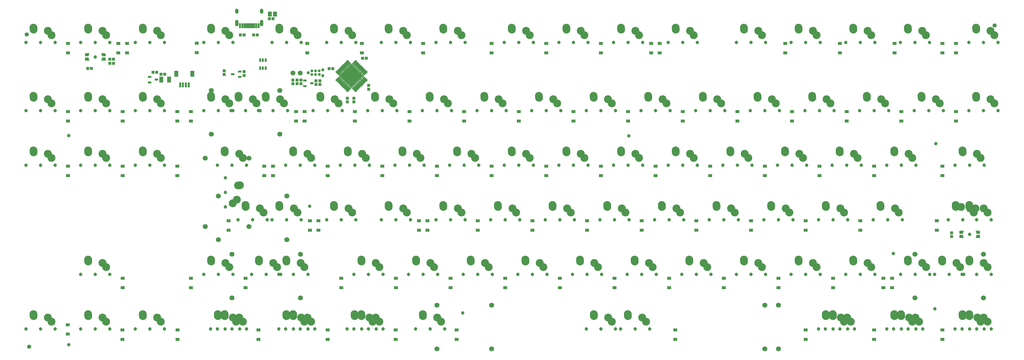
<source format=gts>
G04*
G04 #@! TF.GenerationSoftware,Altium Limited,Altium Designer,23.6.0 (18)*
G04*
G04 Layer_Color=8388736*
%FSLAX25Y25*%
%MOIN*%
G70*
G04*
G04 #@! TF.SameCoordinates,641307AF-980C-49FC-99E6-95A709EC4BFD*
G04*
G04*
G04 #@! TF.FilePolarity,Negative*
G04*
G01*
G75*
%ADD31R,0.01981X0.06509*%
%ADD32R,0.03162X0.06509*%
%ADD33R,0.04737X0.02965*%
%ADD34R,0.05367X0.06587*%
%ADD35R,0.03950X0.04147*%
%ADD36R,0.02965X0.04737*%
%ADD37P,0.32311X4X180.0*%
G04:AMPARAMS|DCode=38|XSize=17.84mil|YSize=39.5mil|CornerRadius=0mil|HoleSize=0mil|Usage=FLASHONLY|Rotation=135.000|XOffset=0mil|YOffset=0mil|HoleType=Round|Shape=Round|*
%AMOVALD38*
21,1,0.02165,0.01784,0.00000,0.00000,225.0*
1,1,0.01784,0.00766,0.00766*
1,1,0.01784,-0.00766,-0.00766*
%
%ADD38OVALD38*%

G04:AMPARAMS|DCode=39|XSize=17.84mil|YSize=39.5mil|CornerRadius=0mil|HoleSize=0mil|Usage=FLASHONLY|Rotation=225.000|XOffset=0mil|YOffset=0mil|HoleType=Round|Shape=Round|*
%AMOVALD39*
21,1,0.02165,0.01784,0.00000,0.00000,315.0*
1,1,0.01784,-0.00766,0.00766*
1,1,0.01784,0.00766,-0.00766*
%
%ADD39OVALD39*%

G04:AMPARAMS|DCode=40|XSize=19.81mil|YSize=65.09mil|CornerRadius=0mil|HoleSize=0mil|Usage=FLASHONLY|Rotation=225.000|XOffset=0mil|YOffset=0mil|HoleType=Round|Shape=Round|*
%AMOVALD40*
21,1,0.04528,0.01981,0.00000,0.00000,315.0*
1,1,0.01981,-0.01601,0.01601*
1,1,0.01981,0.01601,-0.01601*
%
%ADD40OVALD40*%

G04:AMPARAMS|DCode=41|XSize=19.81mil|YSize=65.09mil|CornerRadius=0mil|HoleSize=0mil|Usage=FLASHONLY|Rotation=135.000|XOffset=0mil|YOffset=0mil|HoleType=Round|Shape=Round|*
%AMOVALD41*
21,1,0.04528,0.01981,0.00000,0.00000,225.0*
1,1,0.01981,0.01601,0.01601*
1,1,0.01981,-0.01601,-0.01601*
%
%ADD41OVALD41*%

%ADD42R,0.04147X0.03950*%
%ADD43C,0.03910*%
%ADD44R,0.02375X0.02375*%
%ADD45R,0.03162X0.06902*%
%ADD46R,0.05524X0.07887*%
%ADD47R,0.05524X0.07887*%
%ADD48R,0.05603X0.04383*%
%ADD49C,0.04737*%
%ADD50C,0.00800*%
%ADD51O,0.04737X0.07099*%
%ADD52O,0.04737X0.09068*%
%ADD53C,0.10800*%
G04:AMPARAMS|DCode=54|XSize=133.98mil|YSize=108mil|CornerRadius=0mil|HoleSize=0mil|Usage=FLASHONLY|Rotation=95.000|XOffset=0mil|YOffset=0mil|HoleType=Round|Shape=Round|*
%AMOVALD54*
21,1,0.02598,0.10800,0.00000,0.00000,95.0*
1,1,0.10800,0.00113,-0.01294*
1,1,0.10800,-0.00113,0.01294*
%
%ADD54OVALD54*%

G04:AMPARAMS|DCode=55|XSize=133.98mil|YSize=108mil|CornerRadius=0mil|HoleSize=0mil|Usage=FLASHONLY|Rotation=5.000|XOffset=0mil|YOffset=0mil|HoleType=Round|Shape=Round|*
%AMOVALD55*
21,1,0.02598,0.10800,0.00000,0.00000,5.0*
1,1,0.10800,-0.01294,-0.00113*
1,1,0.10800,0.01294,0.00113*
%
%ADD55OVALD55*%

%ADD56C,0.04343*%
%ADD57C,0.06706*%
%ADD58C,0.06800*%
%ADD59C,0.05701*%
%ADD60C,0.03162*%
G36*
X-1228361Y-20796D02*
X-1228339Y-20797D01*
X-1228335Y-20797D01*
X-1228332Y-20798D01*
X-1228310Y-20802D01*
X-1228287Y-20806D01*
X-1228284Y-20807D01*
X-1228281Y-20808D01*
X-1228259Y-20815D01*
X-1228237Y-20822D01*
X-1228234Y-20823D01*
X-1228231Y-20824D01*
X-1228210Y-20835D01*
X-1228189Y-20844D01*
X-1228187Y-20846D01*
X-1228184Y-20848D01*
X-1228164Y-20861D01*
X-1228146Y-20873D01*
X-1228143Y-20875D01*
X-1228140Y-20877D01*
X-1228123Y-20892D01*
X-1228106Y-20907D01*
X-1228103Y-20909D01*
X-1228101Y-20911D01*
X-1228086Y-20929D01*
X-1228070Y-20946D01*
X-1228068Y-20948D01*
X-1228066Y-20951D01*
X-1228053Y-20970D01*
X-1228040Y-20989D01*
X-1228039Y-20992D01*
X-1228037Y-20994D01*
X-1228027Y-21015D01*
X-1228016Y-21035D01*
X-1228015Y-21038D01*
X-1228014Y-21041D01*
X-1228006Y-21063D01*
X-1227999Y-21085D01*
X-1227998Y-21088D01*
X-1227997Y-21091D01*
X-1227993Y-21113D01*
X-1227988Y-21136D01*
X-1227921Y-21581D01*
X-1227727Y-22454D01*
X-1227452Y-23300D01*
X-1227094Y-24120D01*
X-1226886Y-24519D01*
X-1226879Y-24535D01*
X-1226871Y-24551D01*
X-1226868Y-24559D01*
X-1226865Y-24567D01*
X-1226860Y-24584D01*
X-1226854Y-24601D01*
X-1226852Y-24609D01*
X-1226850Y-24617D01*
X-1226847Y-24635D01*
X-1226844Y-24652D01*
X-1226843Y-24661D01*
X-1226842Y-24669D01*
X-1226841Y-24687D01*
X-1226840Y-24705D01*
X-1226841Y-24713D01*
X-1226840Y-24721D01*
X-1226842Y-24739D01*
X-1226844Y-24757D01*
X-1226845Y-24765D01*
X-1226846Y-24773D01*
X-1226850Y-24791D01*
X-1226854Y-24808D01*
X-1226857Y-24816D01*
X-1226858Y-24824D01*
X-1226865Y-24841D01*
X-1226871Y-24858D01*
X-1226874Y-24866D01*
X-1226877Y-24873D01*
X-1226886Y-24889D01*
X-1226894Y-24905D01*
X-1226898Y-24912D01*
X-1226902Y-24919D01*
X-1226913Y-24934D01*
X-1226923Y-24949D01*
X-1226928Y-24955D01*
X-1226933Y-24962D01*
X-1226946Y-24975D01*
X-1226958Y-24988D01*
X-1226964Y-24994D01*
X-1226970Y-25000D01*
X-1226984Y-25011D01*
X-1226997Y-25023D01*
X-1227004Y-25027D01*
X-1227010Y-25032D01*
X-1227026Y-25042D01*
X-1227041Y-25052D01*
X-1227048Y-25056D01*
X-1227055Y-25060D01*
X-1227072Y-25067D01*
X-1227088Y-25075D01*
X-1227095Y-25078D01*
X-1227103Y-25081D01*
X-1227120Y-25086D01*
X-1227137Y-25092D01*
D01*
X-1227137Y-25092D01*
X-1227145Y-25093D01*
X-1227153Y-25096D01*
X-1227171Y-25099D01*
X-1227189Y-25102D01*
X-1227197Y-25103D01*
X-1227205Y-25104D01*
X-1227223Y-25104D01*
X-1227241Y-25106D01*
X-1227241D01*
X-1227241D01*
X-1227241D01*
X-1232530Y-25105D01*
X-1232582Y-25102D01*
X-1232602Y-25098D01*
X-1232633Y-25092D01*
X-1232683Y-25075D01*
X-1232730Y-25052D01*
D01*
X-1232730Y-25052D01*
X-1232774Y-25022D01*
X-1232808Y-24993D01*
X-1232813Y-24988D01*
Y-24988D01*
X-1232813D01*
X-1232818Y-24982D01*
X-1232848Y-24948D01*
X-1232877Y-24905D01*
X-1232877Y-24905D01*
D01*
X-1232900Y-24858D01*
X-1232917Y-24808D01*
X-1232923Y-24777D01*
X-1232927Y-24757D01*
X-1232930Y-24704D01*
Y-21196D01*
X-1232928Y-21165D01*
X-1232927Y-21144D01*
X-1232927Y-21144D01*
Y-21144D01*
X-1232919Y-21103D01*
X-1232917Y-21092D01*
X-1232917Y-21092D01*
X-1232917Y-21092D01*
X-1232908Y-21066D01*
X-1232900Y-21043D01*
X-1232900Y-21043D01*
X-1232900Y-21043D01*
X-1232893Y-21029D01*
X-1232877Y-20996D01*
X-1232877Y-20996D01*
X-1232877Y-20996D01*
X-1232871Y-20987D01*
X-1232848Y-20952D01*
X-1232848Y-20952D01*
Y-20952D01*
X-1232843Y-20946D01*
X-1232813Y-20912D01*
X-1232813Y-20912D01*
X-1232813Y-20912D01*
X-1232779Y-20883D01*
X-1232774Y-20878D01*
X-1232774D01*
X-1232774Y-20878D01*
X-1232739Y-20855D01*
X-1232730Y-20849D01*
X-1232730Y-20849D01*
X-1232730Y-20849D01*
X-1232697Y-20832D01*
X-1232683Y-20826D01*
X-1232683Y-20826D01*
X-1232683Y-20826D01*
X-1232660Y-20818D01*
X-1232633Y-20809D01*
X-1232633Y-20809D01*
X-1232633Y-20809D01*
X-1232623Y-20807D01*
X-1232582Y-20798D01*
X-1232582D01*
X-1232582Y-20798D01*
X-1232561Y-20797D01*
X-1232530Y-20795D01*
X-1228384Y-20794D01*
X-1228361Y-20796D01*
D02*
G37*
G36*
X-1227223Y-14892D02*
X-1227205Y-14892D01*
X-1227197Y-14893D01*
X-1227189Y-14894D01*
X-1227171Y-14897D01*
X-1227153Y-14900D01*
X-1227145Y-14903D01*
X-1227137Y-14904D01*
X-1227120Y-14910D01*
X-1227103Y-14915D01*
X-1227095Y-14918D01*
X-1227088Y-14921D01*
X-1227072Y-14929D01*
X-1227055Y-14936D01*
X-1227048Y-14941D01*
X-1227041Y-14944D01*
X-1227026Y-14954D01*
X-1227010Y-14964D01*
X-1227004Y-14969D01*
X-1226997Y-14973D01*
X-1226984Y-14985D01*
X-1226970Y-14997D01*
X-1226964Y-15002D01*
X-1226958Y-15008D01*
X-1226946Y-15021D01*
X-1226933Y-15034D01*
X-1226928Y-15041D01*
X-1226923Y-15047D01*
X-1226913Y-15062D01*
X-1226902Y-15077D01*
X-1226898Y-15084D01*
X-1226894Y-15091D01*
X-1226886Y-15107D01*
X-1226877Y-15123D01*
X-1226874Y-15131D01*
X-1226871Y-15138D01*
X-1226865Y-15155D01*
X-1226858Y-15172D01*
X-1226857Y-15180D01*
X-1226854Y-15188D01*
X-1226850Y-15205D01*
X-1226846Y-15223D01*
X-1226845Y-15231D01*
X-1226844Y-15239D01*
X-1226842Y-15257D01*
X-1226840Y-15275D01*
X-1226841Y-15283D01*
X-1226840Y-15291D01*
Y-15292D01*
X-1226841Y-15310D01*
X-1226842Y-15327D01*
X-1226843Y-15335D01*
X-1226844Y-15344D01*
X-1226847Y-15362D01*
X-1226850Y-15379D01*
X-1226852Y-15386D01*
X-1226854Y-15395D01*
X-1226860Y-15414D01*
X-1226865Y-15429D01*
X-1226868Y-15436D01*
X-1226871Y-15445D01*
X-1226880Y-15463D01*
X-1226886Y-15477D01*
X-1227094Y-15876D01*
X-1227452Y-16696D01*
X-1227727Y-17542D01*
X-1227922Y-18415D01*
X-1227988Y-18860D01*
X-1227992Y-18881D01*
X-1227996Y-18903D01*
X-1227998Y-18907D01*
X-1227999Y-18911D01*
X-1228006Y-18932D01*
X-1228013Y-18952D01*
X-1228015Y-18957D01*
X-1228016Y-18961D01*
X-1228026Y-18980D01*
X-1228036Y-19000D01*
X-1228038Y-19003D01*
X-1228040Y-19007D01*
X-1228053Y-19025D01*
X-1228065Y-19043D01*
X-1228068Y-19047D01*
X-1228070Y-19050D01*
X-1228085Y-19067D01*
X-1228099Y-19083D01*
X-1228102Y-19086D01*
X-1228106Y-19089D01*
X-1228122Y-19103D01*
X-1228138Y-19118D01*
X-1228142Y-19120D01*
X-1228146Y-19123D01*
X-1228164Y-19135D01*
X-1228182Y-19147D01*
X-1228186Y-19149D01*
X-1228189Y-19152D01*
X-1228209Y-19161D01*
X-1228229Y-19171D01*
X-1228233Y-19172D01*
X-1228237Y-19174D01*
X-1228258Y-19181D01*
X-1228278Y-19188D01*
X-1228283Y-19189D01*
X-1228287Y-19190D01*
X-1228308Y-19194D01*
X-1228330Y-19198D01*
X-1228334Y-19199D01*
X-1228339Y-19199D01*
X-1228360Y-19200D01*
X-1228382Y-19202D01*
X-1228386Y-19202D01*
X-1228391Y-19202D01*
X-1228402Y-19201D01*
X-1232530D01*
X-1232582Y-19198D01*
X-1232633Y-19187D01*
X-1232683Y-19171D01*
X-1232730Y-19147D01*
X-1232774Y-19118D01*
X-1232813Y-19084D01*
X-1232848Y-19044D01*
X-1232877Y-19001D01*
X-1232900Y-18954D01*
X-1232917Y-18904D01*
X-1232927Y-18853D01*
X-1232930Y-18800D01*
Y-15292D01*
X-1232927Y-15239D01*
X-1232917Y-15188D01*
X-1232900Y-15138D01*
X-1232877Y-15091D01*
X-1232848Y-15048D01*
X-1232813Y-15008D01*
X-1232774Y-14974D01*
X-1232730Y-14944D01*
X-1232683Y-14921D01*
X-1232633Y-14904D01*
X-1232582Y-14894D01*
X-1232530Y-14891D01*
X-1227245D01*
X-1227241Y-14890D01*
X-1227223Y-14892D01*
D02*
G37*
G36*
X-1209112Y-20794D02*
X-1209109Y-20794D01*
X-1209098Y-20795D01*
X-1204970D01*
X-1204918Y-20798D01*
X-1204867Y-20809D01*
X-1204817Y-20826D01*
X-1204770Y-20849D01*
X-1204726Y-20878D01*
X-1204687Y-20912D01*
X-1204652Y-20952D01*
X-1204623Y-20996D01*
X-1204600Y-21043D01*
X-1204583Y-21092D01*
X-1204573Y-21144D01*
X-1204570Y-21196D01*
Y-24704D01*
X-1204573Y-24757D01*
X-1204583Y-24808D01*
X-1204600Y-24858D01*
X-1204623Y-24905D01*
X-1204652Y-24948D01*
X-1204687Y-24988D01*
X-1204726Y-25022D01*
X-1204770Y-25052D01*
X-1204817Y-25075D01*
X-1204867Y-25092D01*
X-1204918Y-25102D01*
X-1204970Y-25105D01*
X-1210259Y-25105D01*
X-1210277Y-25104D01*
X-1210295Y-25104D01*
X-1210303Y-25102D01*
X-1210311Y-25102D01*
X-1210329Y-25098D01*
X-1210347Y-25096D01*
X-1210355Y-25093D01*
X-1210363Y-25092D01*
X-1210380Y-25086D01*
X-1210397Y-25081D01*
X-1210404Y-25077D01*
X-1210412Y-25075D01*
X-1210429Y-25067D01*
X-1210445Y-25060D01*
X-1210452Y-25055D01*
X-1210459Y-25052D01*
X-1210474Y-25042D01*
X-1210490Y-25032D01*
X-1210496Y-25027D01*
X-1210503Y-25022D01*
X-1210516Y-25011D01*
X-1210530Y-24999D01*
X-1210536Y-24993D01*
X-1210542Y-24988D01*
X-1210554Y-24974D01*
X-1210567Y-24961D01*
X-1210571Y-24955D01*
X-1210577Y-24948D01*
X-1210587Y-24934D01*
X-1210598Y-24919D01*
X-1210602Y-24912D01*
X-1210606Y-24905D01*
X-1210614Y-24889D01*
X-1210623Y-24873D01*
X-1210626Y-24865D01*
X-1210629Y-24858D01*
X-1210635Y-24841D01*
X-1210642Y-24824D01*
X-1210643Y-24816D01*
X-1210646Y-24808D01*
X-1210650Y-24791D01*
X-1210654Y-24773D01*
X-1210655Y-24765D01*
X-1210656Y-24757D01*
X-1210658Y-24739D01*
X-1210660Y-24721D01*
X-1210659Y-24713D01*
X-1210660Y-24704D01*
X-1210659Y-24687D01*
X-1210658Y-24668D01*
X-1210657Y-24660D01*
X-1210656Y-24652D01*
X-1210653Y-24635D01*
X-1210650Y-24617D01*
X-1210648Y-24609D01*
X-1210646Y-24601D01*
X-1210640Y-24584D01*
X-1210635Y-24566D01*
X-1210632Y-24559D01*
X-1210629Y-24551D01*
X-1210621Y-24535D01*
X-1210614Y-24519D01*
X-1210406Y-24120D01*
X-1210049Y-23300D01*
X-1209773Y-22454D01*
X-1209579Y-21581D01*
X-1209512Y-21136D01*
X-1209508Y-21115D01*
X-1209504Y-21094D01*
X-1209503Y-21092D01*
X-1209503Y-21091D01*
X-1209502Y-21088D01*
X-1209501Y-21085D01*
X-1209494Y-21065D01*
X-1209487Y-21044D01*
X-1209487Y-21043D01*
X-1209486Y-21042D01*
X-1209485Y-21038D01*
X-1209484Y-21035D01*
X-1209474Y-21016D01*
X-1209464Y-20997D01*
X-1209464Y-20996D01*
X-1209463Y-20994D01*
X-1209461Y-20992D01*
X-1209460Y-20989D01*
X-1209447Y-20971D01*
X-1209435Y-20953D01*
X-1209435Y-20952D01*
X-1209434Y-20951D01*
X-1209432Y-20948D01*
X-1209430Y-20946D01*
X-1209415Y-20930D01*
X-1209401Y-20913D01*
X-1209400Y-20912D01*
X-1209399Y-20911D01*
X-1209397Y-20909D01*
X-1209394Y-20907D01*
X-1209378Y-20893D01*
X-1209362Y-20879D01*
X-1209361Y-20878D01*
X-1209360Y-20877D01*
X-1209357Y-20875D01*
X-1209354Y-20873D01*
X-1209336Y-20861D01*
X-1209319Y-20849D01*
X-1209317Y-20849D01*
X-1209316Y-20848D01*
X-1209313Y-20846D01*
X-1209310Y-20844D01*
X-1209291Y-20835D01*
X-1209272Y-20826D01*
X-1209271Y-20825D01*
X-1209269Y-20825D01*
X-1209266Y-20823D01*
X-1209263Y-20822D01*
X-1209242Y-20815D01*
X-1209222Y-20808D01*
X-1209221Y-20808D01*
X-1209220Y-20808D01*
X-1209216Y-20807D01*
X-1209213Y-20806D01*
X-1209192Y-20802D01*
X-1209171Y-20798D01*
X-1209169Y-20798D01*
X-1209168Y-20798D01*
X-1209165Y-20797D01*
X-1209161Y-20797D01*
X-1209140Y-20796D01*
X-1209118Y-20794D01*
X-1209117Y-20794D01*
X-1209116Y-20794D01*
X-1209112Y-20794D01*
D02*
G37*
G36*
X-1205956Y-14891D02*
X-1205904Y-14894D01*
X-1205884Y-14898D01*
X-1205853Y-14904D01*
X-1205803Y-14921D01*
X-1205756Y-14944D01*
D01*
X-1205756Y-14944D01*
X-1205712Y-14974D01*
X-1205683Y-15000D01*
X-1205673Y-15008D01*
X-1204687Y-15994D01*
X-1204652Y-16034D01*
X-1204623Y-16077D01*
X-1204600Y-16124D01*
X-1204583Y-16174D01*
X-1204573Y-16225D01*
X-1204570Y-16278D01*
Y-18800D01*
X-1204573Y-18853D01*
X-1204583Y-18904D01*
X-1204600Y-18954D01*
X-1204623Y-19001D01*
X-1204652Y-19044D01*
X-1204687Y-19084D01*
X-1204726Y-19118D01*
X-1204770Y-19147D01*
X-1204817Y-19171D01*
X-1204867Y-19187D01*
X-1204918Y-19198D01*
X-1204970Y-19201D01*
X-1209098D01*
X-1209109Y-19202D01*
X-1209114Y-19202D01*
X-1209119Y-19202D01*
X-1209140Y-19200D01*
X-1209161Y-19199D01*
X-1209166Y-19198D01*
X-1209171Y-19198D01*
X-1209192Y-19194D01*
X-1209213Y-19190D01*
X-1209218Y-19189D01*
X-1209222Y-19188D01*
X-1209243Y-19181D01*
X-1209263Y-19174D01*
X-1209267Y-19172D01*
X-1209272Y-19170D01*
X-1209291Y-19161D01*
X-1209311Y-19152D01*
X-1209314Y-19149D01*
X-1209319Y-19147D01*
X-1209336Y-19135D01*
X-1209354Y-19123D01*
X-1209358Y-19120D01*
X-1209362Y-19117D01*
X-1209378Y-19103D01*
X-1209394Y-19089D01*
X-1209398Y-19086D01*
X-1209401Y-19083D01*
X-1209415Y-19066D01*
X-1209430Y-19050D01*
X-1209432Y-19047D01*
X-1209435Y-19043D01*
X-1209447Y-19025D01*
X-1209460Y-19007D01*
X-1209462Y-19003D01*
X-1209464Y-18999D01*
X-1209474Y-18980D01*
X-1209484Y-18961D01*
X-1209485Y-18956D01*
X-1209487Y-18952D01*
X-1209494Y-18932D01*
X-1209501Y-18911D01*
X-1209502Y-18907D01*
X-1209504Y-18902D01*
X-1209508Y-18881D01*
X-1209512Y-18860D01*
X-1209579Y-18415D01*
X-1209773Y-17542D01*
X-1210048Y-16696D01*
X-1210406Y-15876D01*
X-1210614Y-15477D01*
X-1210621Y-15461D01*
X-1210629Y-15445D01*
X-1210632Y-15437D01*
X-1210635Y-15429D01*
X-1210640Y-15412D01*
X-1210646Y-15395D01*
X-1210648Y-15387D01*
X-1210650Y-15379D01*
X-1210653Y-15361D01*
X-1210656Y-15344D01*
X-1210657Y-15336D01*
X-1210658Y-15327D01*
X-1210659Y-15309D01*
X-1210660Y-15291D01*
X-1210659Y-15283D01*
X-1210660Y-15275D01*
X-1210658Y-15257D01*
X-1210656Y-15239D01*
X-1210655Y-15231D01*
X-1210654Y-15223D01*
X-1210650Y-15205D01*
X-1210646Y-15188D01*
X-1210643Y-15180D01*
X-1210642Y-15172D01*
X-1210635Y-15155D01*
X-1210629Y-15138D01*
X-1210626Y-15131D01*
X-1210623Y-15123D01*
X-1210614Y-15107D01*
X-1210606Y-15091D01*
X-1210602Y-15084D01*
X-1210598Y-15077D01*
X-1210587Y-15062D01*
X-1210577Y-15047D01*
X-1210572Y-15041D01*
X-1210567Y-15034D01*
X-1210554Y-15021D01*
X-1210542Y-15008D01*
X-1210536Y-15002D01*
X-1210530Y-14996D01*
X-1210516Y-14985D01*
X-1210503Y-14973D01*
X-1210496Y-14969D01*
X-1210490Y-14964D01*
X-1210474Y-14954D01*
X-1210459Y-14944D01*
X-1210452Y-14941D01*
X-1210445Y-14936D01*
X-1210428Y-14929D01*
X-1210412Y-14921D01*
X-1210405Y-14918D01*
X-1210397Y-14915D01*
X-1210380Y-14910D01*
X-1210363Y-14904D01*
D01*
X-1210363Y-14904D01*
X-1210355Y-14903D01*
X-1210347Y-14900D01*
X-1210329Y-14897D01*
X-1210311Y-14894D01*
X-1210303Y-14893D01*
X-1210295Y-14892D01*
X-1210277Y-14892D01*
X-1210259Y-14890D01*
X-1210259D01*
X-1210259D01*
X-1210259D01*
X-1205956Y-14891D01*
D02*
G37*
G36*
X-28361Y-264546D02*
X-28339Y-264547D01*
X-28335Y-264547D01*
X-28332Y-264547D01*
X-28310Y-264552D01*
X-28287Y-264556D01*
X-28284Y-264557D01*
X-28280Y-264558D01*
X-28259Y-264565D01*
X-28237Y-264572D01*
X-28234Y-264574D01*
X-28231Y-264575D01*
X-28210Y-264585D01*
X-28190Y-264595D01*
X-28187Y-264596D01*
X-28184Y-264598D01*
X-28164Y-264611D01*
X-28146Y-264623D01*
X-28143Y-264625D01*
X-28140Y-264627D01*
X-28123Y-264642D01*
X-28106Y-264657D01*
X-28103Y-264659D01*
X-28101Y-264661D01*
X-28086Y-264679D01*
X-28070Y-264696D01*
X-28068Y-264698D01*
X-28066Y-264701D01*
X-28054Y-264720D01*
X-28040Y-264739D01*
X-28039Y-264742D01*
X-28037Y-264744D01*
X-28027Y-264765D01*
X-28016Y-264785D01*
X-28015Y-264789D01*
X-28014Y-264791D01*
X-28007Y-264813D01*
X-27999Y-264835D01*
X-27998Y-264838D01*
X-27997Y-264841D01*
X-27992Y-264863D01*
X-27988Y-264886D01*
X-27922Y-265331D01*
X-27727Y-266204D01*
X-27452Y-267050D01*
X-27095Y-267870D01*
X-26886Y-268269D01*
X-26879Y-268285D01*
X-26871Y-268301D01*
X-26868Y-268309D01*
X-26865Y-268317D01*
X-26860Y-268334D01*
X-26854Y-268351D01*
X-26852Y-268359D01*
X-26850Y-268367D01*
X-26847Y-268385D01*
X-26844Y-268402D01*
X-26843Y-268411D01*
X-26842Y-268419D01*
X-26841Y-268437D01*
X-26840Y-268455D01*
X-26841Y-268463D01*
X-26840Y-268471D01*
X-26842Y-268489D01*
X-26844Y-268507D01*
X-26845Y-268515D01*
X-26846Y-268523D01*
X-26850Y-268541D01*
X-26854Y-268558D01*
X-26856Y-268566D01*
X-26858Y-268574D01*
X-26865Y-268591D01*
X-26871Y-268608D01*
X-26874Y-268616D01*
X-26877Y-268623D01*
X-26886Y-268639D01*
X-26894Y-268655D01*
X-26899Y-268662D01*
X-26902Y-268669D01*
X-26913Y-268684D01*
X-26923Y-268699D01*
X-26928Y-268705D01*
X-26933Y-268712D01*
X-26946Y-268725D01*
X-26958Y-268738D01*
X-26964Y-268744D01*
X-26970Y-268750D01*
X-26984Y-268761D01*
X-26997Y-268773D01*
X-27004Y-268777D01*
X-27010Y-268782D01*
X-27026Y-268792D01*
X-27041Y-268802D01*
X-27048Y-268806D01*
X-27055Y-268810D01*
X-27072Y-268817D01*
X-27088Y-268825D01*
X-27095Y-268828D01*
X-27103Y-268831D01*
X-27120Y-268836D01*
X-27137Y-268842D01*
D01*
X-27137Y-268842D01*
X-27145Y-268844D01*
X-27153Y-268846D01*
X-27171Y-268849D01*
X-27189Y-268852D01*
X-27197Y-268853D01*
X-27205Y-268854D01*
X-27223Y-268854D01*
X-27241Y-268856D01*
X-27241D01*
X-27241D01*
X-27241D01*
X-32530Y-268855D01*
X-32582Y-268852D01*
X-32602Y-268848D01*
X-32633Y-268842D01*
X-32683Y-268825D01*
X-32730Y-268802D01*
D01*
X-32730Y-268802D01*
X-32774Y-268772D01*
X-32807Y-268743D01*
X-32813Y-268738D01*
Y-268738D01*
X-32813D01*
X-32818Y-268732D01*
X-32848Y-268699D01*
X-32877Y-268655D01*
X-32877Y-268655D01*
D01*
X-32900Y-268608D01*
X-32917Y-268558D01*
X-32923Y-268527D01*
X-32927Y-268507D01*
X-32930Y-268454D01*
Y-264946D01*
X-32928Y-264915D01*
X-32927Y-264894D01*
X-32927Y-264894D01*
Y-264894D01*
X-32919Y-264853D01*
X-32917Y-264842D01*
X-32917Y-264842D01*
X-32917Y-264842D01*
X-32908Y-264816D01*
X-32900Y-264793D01*
X-32900Y-264792D01*
X-32900Y-264792D01*
X-32893Y-264779D01*
X-32877Y-264746D01*
X-32877Y-264745D01*
X-32877Y-264745D01*
X-32871Y-264737D01*
X-32848Y-264702D01*
X-32848Y-264702D01*
Y-264702D01*
X-32843Y-264697D01*
X-32813Y-264663D01*
X-32813Y-264663D01*
X-32813Y-264662D01*
X-32779Y-264633D01*
X-32774Y-264628D01*
X-32774D01*
X-32774Y-264628D01*
X-32739Y-264605D01*
X-32730Y-264599D01*
X-32730Y-264599D01*
X-32730Y-264599D01*
X-32697Y-264582D01*
X-32683Y-264576D01*
X-32683Y-264576D01*
X-32683Y-264576D01*
X-32660Y-264568D01*
X-32633Y-264559D01*
X-32633Y-264559D01*
X-32633Y-264559D01*
X-32623Y-264557D01*
X-32582Y-264548D01*
X-32582D01*
X-32582Y-264548D01*
X-32561Y-264547D01*
X-32530Y-264545D01*
X-28384Y-264544D01*
X-28361Y-264546D01*
D02*
G37*
G36*
X-27223Y-258642D02*
X-27205Y-258642D01*
X-27197Y-258643D01*
X-27189Y-258644D01*
X-27171Y-258647D01*
X-27153Y-258650D01*
X-27145Y-258653D01*
X-27137Y-258654D01*
X-27120Y-258660D01*
X-27103Y-258665D01*
X-27095Y-258668D01*
X-27088Y-258671D01*
X-27072Y-258679D01*
X-27055Y-258686D01*
X-27048Y-258691D01*
X-27041Y-258694D01*
X-27026Y-258704D01*
X-27010Y-258714D01*
X-27004Y-258719D01*
X-26997Y-258723D01*
X-26984Y-258735D01*
X-26970Y-258747D01*
X-26964Y-258752D01*
X-26958Y-258758D01*
X-26946Y-258771D01*
X-26933Y-258784D01*
X-26928Y-258791D01*
X-26923Y-258797D01*
X-26913Y-258812D01*
X-26902Y-258827D01*
X-26899Y-258834D01*
X-26894Y-258841D01*
X-26886Y-258857D01*
X-26877Y-258873D01*
X-26874Y-258881D01*
X-26871Y-258888D01*
X-26865Y-258905D01*
X-26858Y-258922D01*
X-26856Y-258930D01*
X-26854Y-258938D01*
X-26850Y-258955D01*
X-26846Y-258973D01*
X-26845Y-258981D01*
X-26844Y-258989D01*
X-26842Y-259007D01*
X-26840Y-259025D01*
X-26841Y-259033D01*
X-26840Y-259041D01*
Y-259042D01*
X-26841Y-259060D01*
X-26842Y-259077D01*
X-26843Y-259085D01*
X-26844Y-259094D01*
X-26847Y-259112D01*
X-26850Y-259129D01*
X-26852Y-259137D01*
X-26854Y-259145D01*
X-26860Y-259164D01*
X-26865Y-259179D01*
X-26868Y-259186D01*
X-26871Y-259195D01*
X-26880Y-259213D01*
X-26886Y-259227D01*
X-27095Y-259626D01*
X-27452Y-260446D01*
X-27727Y-261292D01*
X-27922Y-262165D01*
X-27988Y-262610D01*
X-27992Y-262632D01*
X-27996Y-262653D01*
X-27998Y-262657D01*
X-27999Y-262661D01*
X-28006Y-262682D01*
X-28013Y-262702D01*
X-28015Y-262706D01*
X-28016Y-262711D01*
X-28026Y-262730D01*
X-28036Y-262750D01*
X-28038Y-262753D01*
X-28040Y-262757D01*
X-28053Y-262775D01*
X-28065Y-262793D01*
X-28068Y-262797D01*
X-28070Y-262800D01*
X-28085Y-262817D01*
X-28099Y-262833D01*
X-28102Y-262836D01*
X-28106Y-262839D01*
X-28122Y-262853D01*
X-28138Y-262868D01*
X-28142Y-262870D01*
X-28146Y-262873D01*
X-28164Y-262885D01*
X-28182Y-262897D01*
X-28186Y-262899D01*
X-28190Y-262902D01*
X-28209Y-262911D01*
X-28229Y-262921D01*
X-28233Y-262922D01*
X-28237Y-262924D01*
X-28258Y-262931D01*
X-28278Y-262938D01*
X-28283Y-262939D01*
X-28287Y-262940D01*
X-28308Y-262944D01*
X-28330Y-262948D01*
X-28334Y-262949D01*
X-28339Y-262949D01*
X-28360Y-262950D01*
X-28382Y-262952D01*
X-28386Y-262952D01*
X-28391Y-262952D01*
X-28402Y-262951D01*
X-32530D01*
X-32582Y-262948D01*
X-32633Y-262937D01*
X-32683Y-262920D01*
X-32730Y-262897D01*
X-32774Y-262868D01*
X-32813Y-262834D01*
X-32848Y-262794D01*
X-32877Y-262751D01*
X-32900Y-262704D01*
X-32917Y-262654D01*
X-32927Y-262602D01*
X-32930Y-262550D01*
Y-259042D01*
X-32927Y-258989D01*
X-32917Y-258938D01*
X-32900Y-258888D01*
X-32877Y-258841D01*
X-32848Y-258798D01*
X-32813Y-258758D01*
X-32774Y-258724D01*
X-32730Y-258695D01*
X-32683Y-258671D01*
X-32633Y-258654D01*
X-32582Y-258644D01*
X-32530Y-258641D01*
X-27245D01*
X-27241Y-258641D01*
X-27223Y-258642D01*
D02*
G37*
G36*
X-9112Y-264544D02*
X-9109Y-264544D01*
X-9098Y-264545D01*
X-4970D01*
X-4918Y-264548D01*
X-4867Y-264559D01*
X-4817Y-264576D01*
X-4770Y-264599D01*
X-4726Y-264628D01*
X-4687Y-264662D01*
X-4653Y-264702D01*
X-4623Y-264745D01*
X-4600Y-264792D01*
X-4583Y-264842D01*
X-4573Y-264894D01*
X-4570Y-264946D01*
Y-268454D01*
X-4573Y-268507D01*
X-4583Y-268558D01*
X-4600Y-268608D01*
X-4623Y-268655D01*
X-4653Y-268699D01*
X-4687Y-268738D01*
X-4726Y-268772D01*
X-4770Y-268802D01*
X-4817Y-268825D01*
X-4867Y-268842D01*
X-4918Y-268852D01*
X-4970Y-268855D01*
X-10259Y-268855D01*
X-10277Y-268854D01*
X-10295Y-268854D01*
X-10303Y-268852D01*
X-10311Y-268852D01*
X-10329Y-268848D01*
X-10347Y-268846D01*
X-10355Y-268843D01*
X-10363Y-268842D01*
X-10380Y-268836D01*
X-10397Y-268831D01*
X-10405Y-268827D01*
X-10412Y-268825D01*
X-10429Y-268817D01*
X-10445Y-268810D01*
X-10452Y-268805D01*
X-10459Y-268802D01*
X-10474Y-268792D01*
X-10490Y-268782D01*
X-10496Y-268777D01*
X-10503Y-268772D01*
X-10516Y-268761D01*
X-10531Y-268749D01*
X-10536Y-268743D01*
X-10542Y-268738D01*
X-10554Y-268724D01*
X-10567Y-268711D01*
X-10571Y-268705D01*
X-10577Y-268698D01*
X-10587Y-268684D01*
X-10598Y-268669D01*
X-10601Y-268662D01*
X-10606Y-268655D01*
X-10614Y-268639D01*
X-10623Y-268623D01*
X-10626Y-268615D01*
X-10629Y-268608D01*
X-10635Y-268591D01*
X-10642Y-268574D01*
X-10644Y-268566D01*
X-10646Y-268558D01*
X-10650Y-268541D01*
X-10654Y-268523D01*
X-10655Y-268515D01*
X-10656Y-268507D01*
X-10658Y-268489D01*
X-10660Y-268471D01*
X-10659Y-268463D01*
X-10660Y-268454D01*
X-10659Y-268437D01*
X-10658Y-268419D01*
X-10657Y-268410D01*
X-10656Y-268402D01*
X-10653Y-268385D01*
X-10650Y-268367D01*
X-10648Y-268359D01*
X-10646Y-268351D01*
X-10640Y-268334D01*
X-10635Y-268316D01*
X-10632Y-268309D01*
X-10629Y-268301D01*
X-10621Y-268285D01*
X-10614Y-268268D01*
X-10406Y-267870D01*
X-10049Y-267050D01*
X-9773Y-266204D01*
X-9578Y-265331D01*
X-9512Y-264886D01*
X-9508Y-264865D01*
X-9504Y-264844D01*
X-9503Y-264843D01*
X-9503Y-264841D01*
X-9502Y-264838D01*
X-9501Y-264835D01*
X-9494Y-264815D01*
X-9487Y-264794D01*
X-9487Y-264793D01*
X-9486Y-264791D01*
X-9485Y-264789D01*
X-9484Y-264785D01*
X-9474Y-264766D01*
X-9464Y-264747D01*
X-9464Y-264746D01*
X-9463Y-264744D01*
X-9461Y-264742D01*
X-9460Y-264739D01*
X-9447Y-264721D01*
X-9436Y-264703D01*
X-9435Y-264702D01*
X-9434Y-264701D01*
X-9432Y-264698D01*
X-9430Y-264696D01*
X-9415Y-264680D01*
X-9401Y-264663D01*
X-9400Y-264663D01*
X-9399Y-264662D01*
X-9397Y-264659D01*
X-9394Y-264657D01*
X-9378Y-264643D01*
X-9362Y-264629D01*
X-9361Y-264628D01*
X-9360Y-264627D01*
X-9357Y-264625D01*
X-9354Y-264623D01*
X-9336Y-264611D01*
X-9319Y-264599D01*
X-9317Y-264599D01*
X-9316Y-264598D01*
X-9313Y-264596D01*
X-9311Y-264595D01*
X-9291Y-264585D01*
X-9272Y-264576D01*
X-9271Y-264575D01*
X-9269Y-264575D01*
X-9266Y-264574D01*
X-9263Y-264572D01*
X-9242Y-264565D01*
X-9222Y-264558D01*
X-9221Y-264558D01*
X-9220Y-264558D01*
X-9216Y-264557D01*
X-9213Y-264556D01*
X-9192Y-264552D01*
X-9171Y-264548D01*
X-9170Y-264548D01*
X-9168Y-264547D01*
X-9165Y-264547D01*
X-9161Y-264547D01*
X-9140Y-264546D01*
X-9119Y-264544D01*
X-9117Y-264544D01*
X-9116Y-264544D01*
X-9112Y-264544D01*
D02*
G37*
G36*
X-5956Y-258641D02*
X-5904Y-258644D01*
X-5884Y-258648D01*
X-5853Y-258654D01*
X-5803Y-258671D01*
X-5756Y-258695D01*
D01*
X-5756Y-258695D01*
X-5712Y-258724D01*
X-5683Y-258750D01*
X-5673Y-258758D01*
X-4687Y-259744D01*
X-4653Y-259784D01*
X-4623Y-259827D01*
X-4600Y-259874D01*
X-4583Y-259924D01*
X-4573Y-259975D01*
X-4570Y-260028D01*
Y-262550D01*
X-4573Y-262602D01*
X-4583Y-262654D01*
X-4600Y-262704D01*
X-4623Y-262751D01*
X-4653Y-262794D01*
X-4687Y-262834D01*
X-4726Y-262868D01*
X-4770Y-262897D01*
X-4817Y-262920D01*
X-4867Y-262937D01*
X-4918Y-262948D01*
X-4970Y-262951D01*
X-9098D01*
X-9109Y-262952D01*
X-9114Y-262952D01*
X-9119Y-262952D01*
X-9140Y-262950D01*
X-9161Y-262949D01*
X-9166Y-262948D01*
X-9171Y-262948D01*
X-9192Y-262944D01*
X-9213Y-262940D01*
X-9218Y-262939D01*
X-9222Y-262938D01*
X-9243Y-262931D01*
X-9263Y-262924D01*
X-9267Y-262922D01*
X-9272Y-262920D01*
X-9291Y-262911D01*
X-9311Y-262902D01*
X-9314Y-262899D01*
X-9319Y-262897D01*
X-9336Y-262885D01*
X-9354Y-262873D01*
X-9358Y-262870D01*
X-9362Y-262867D01*
X-9378Y-262853D01*
X-9394Y-262839D01*
X-9398Y-262836D01*
X-9401Y-262833D01*
X-9415Y-262816D01*
X-9430Y-262800D01*
X-9432Y-262797D01*
X-9436Y-262793D01*
X-9448Y-262775D01*
X-9460Y-262757D01*
X-9462Y-262753D01*
X-9464Y-262749D01*
X-9474Y-262730D01*
X-9484Y-262711D01*
X-9485Y-262706D01*
X-9487Y-262702D01*
X-9494Y-262682D01*
X-9501Y-262661D01*
X-9502Y-262657D01*
X-9504Y-262652D01*
X-9508Y-262631D01*
X-9512Y-262610D01*
X-9578Y-262165D01*
X-9773Y-261292D01*
X-10048Y-260446D01*
X-10406Y-259626D01*
X-10614Y-259227D01*
X-10621Y-259211D01*
X-10629Y-259195D01*
X-10632Y-259187D01*
X-10635Y-259179D01*
X-10640Y-259162D01*
X-10646Y-259145D01*
X-10648Y-259137D01*
X-10650Y-259129D01*
X-10653Y-259111D01*
X-10656Y-259094D01*
X-10657Y-259085D01*
X-10658Y-259077D01*
X-10659Y-259059D01*
X-10660Y-259041D01*
X-10659Y-259033D01*
X-10660Y-259025D01*
X-10658Y-259007D01*
X-10656Y-258989D01*
X-10655Y-258981D01*
X-10654Y-258973D01*
X-10650Y-258955D01*
X-10646Y-258938D01*
X-10644Y-258930D01*
X-10642Y-258922D01*
X-10635Y-258905D01*
X-10629Y-258888D01*
X-10626Y-258881D01*
X-10623Y-258873D01*
X-10614Y-258857D01*
X-10606Y-258841D01*
X-10602Y-258834D01*
X-10598Y-258827D01*
X-10587Y-258812D01*
X-10577Y-258797D01*
X-10572Y-258791D01*
X-10567Y-258784D01*
X-10554Y-258771D01*
X-10542Y-258758D01*
X-10536Y-258752D01*
X-10531Y-258747D01*
X-10516Y-258735D01*
X-10503Y-258723D01*
X-10496Y-258719D01*
X-10490Y-258714D01*
X-10474Y-258704D01*
X-10459Y-258694D01*
X-10452Y-258691D01*
X-10445Y-258686D01*
X-10428Y-258679D01*
X-10412Y-258671D01*
X-10405Y-258668D01*
X-10397Y-258665D01*
X-10380Y-258660D01*
X-10363Y-258654D01*
D01*
X-10363Y-258654D01*
X-10355Y-258653D01*
X-10347Y-258650D01*
X-10329Y-258647D01*
X-10311Y-258644D01*
X-10303Y-258643D01*
X-10295Y-258642D01*
X-10277Y-258642D01*
X-10259Y-258641D01*
X-10259D01*
X-10259D01*
X-10259D01*
X-5956Y-258641D01*
D02*
G37*
D31*
X-1004477Y22858D02*
D03*
X-1006446D02*
D03*
X-1014320D02*
D03*
X-1000540D02*
D03*
X-1002509D02*
D03*
X-1012351D02*
D03*
X-1010383D02*
D03*
X-1008414D02*
D03*
D32*
X-1020225D02*
D03*
X-994635D02*
D03*
X-1017076D02*
D03*
X-997784D02*
D03*
D33*
X-1020742Y-47488D02*
D03*
Y-40008D02*
D03*
X-1030191Y-43748D02*
D03*
X-921633Y-56248D02*
D03*
X-931082Y-59988D02*
D03*
Y-52508D02*
D03*
X-1144222Y-47508D02*
D03*
Y-54988D02*
D03*
X-1134774Y-51248D02*
D03*
D34*
X-979408Y38929D02*
D03*
X-972163D02*
D03*
D35*
X-979877Y32721D02*
D03*
X-974759D02*
D03*
X-1019683Y10189D02*
D03*
X-1014565D02*
D03*
X-996455D02*
D03*
X-1001573D02*
D03*
X-1123439Y-43748D02*
D03*
X-1128557D02*
D03*
X-852057Y-21748D02*
D03*
X-846939D02*
D03*
X-1198998Y-28748D02*
D03*
X-1193880D02*
D03*
X-1134439Y-41248D02*
D03*
X-1139557D02*
D03*
X-892939Y-36248D02*
D03*
X-898057D02*
D03*
X-1193939Y-22953D02*
D03*
X-1199057D02*
D03*
X-1229380Y-35827D02*
D03*
X-1224262D02*
D03*
D36*
X-988778Y-35283D02*
D03*
X-985037Y-35283D02*
D03*
X-992518D02*
D03*
Y-24457D02*
D03*
X-988778D02*
D03*
X-985037D02*
D03*
D37*
X-867100Y-46261D02*
D03*
D38*
X-868910Y-63382D02*
D03*
X-870302Y-61990D02*
D03*
X-871694Y-60598D02*
D03*
X-873085Y-59206D02*
D03*
X-874477Y-57814D02*
D03*
X-875869Y-56422D02*
D03*
X-877261Y-55030D02*
D03*
X-878653Y-53638D02*
D03*
X-880045Y-52246D02*
D03*
X-881437Y-50854D02*
D03*
X-882829Y-49462D02*
D03*
X-884221Y-48070D02*
D03*
X-865291Y-29140D02*
D03*
X-863899Y-30532D02*
D03*
X-862507Y-31924D02*
D03*
X-861115Y-33316D02*
D03*
X-859723Y-34708D02*
D03*
X-858331Y-36100D02*
D03*
X-856939Y-37492D02*
D03*
X-855547Y-38884D02*
D03*
X-854155Y-40275D02*
D03*
X-852763Y-41667D02*
D03*
X-851371Y-43059D02*
D03*
X-849979Y-44451D02*
D03*
D39*
X-884221D02*
D03*
X-882829Y-43059D02*
D03*
X-881437Y-41667D02*
D03*
X-880045Y-40275D02*
D03*
X-878653Y-38884D02*
D03*
X-877261Y-37492D02*
D03*
X-875869Y-36100D02*
D03*
X-874477Y-34708D02*
D03*
X-873085Y-33316D02*
D03*
X-871694Y-31924D02*
D03*
X-870302Y-30532D02*
D03*
X-868910Y-29140D02*
D03*
X-849979Y-48070D02*
D03*
X-851371Y-49462D02*
D03*
X-852763Y-50854D02*
D03*
X-854155Y-52246D02*
D03*
X-855547Y-53638D02*
D03*
X-856939Y-55030D02*
D03*
X-858331Y-56422D02*
D03*
X-859723Y-57814D02*
D03*
X-861115Y-59206D02*
D03*
X-862507Y-60598D02*
D03*
X-863899Y-61990D02*
D03*
X-865291Y-63382D02*
D03*
D40*
X-862994Y-65678D02*
D03*
X-861602Y-64287D02*
D03*
X-860211Y-62895D02*
D03*
X-858819Y-61503D02*
D03*
X-857427Y-60111D02*
D03*
X-856035Y-58719D02*
D03*
X-854643Y-57327D02*
D03*
X-853251Y-55935D02*
D03*
X-851859Y-54543D02*
D03*
X-850467Y-53151D02*
D03*
X-849075Y-51759D02*
D03*
X-847683Y-50367D02*
D03*
X-871207Y-26843D02*
D03*
X-872599Y-28235D02*
D03*
X-873991Y-29627D02*
D03*
X-875383Y-31019D02*
D03*
X-876775Y-32411D02*
D03*
X-878166Y-33803D02*
D03*
X-879558Y-35195D02*
D03*
X-880950Y-36587D02*
D03*
X-882342Y-37979D02*
D03*
X-883734Y-39371D02*
D03*
X-885126Y-40763D02*
D03*
X-886518Y-42155D02*
D03*
D41*
X-847683D02*
D03*
X-849075Y-40763D02*
D03*
X-850467Y-39371D02*
D03*
X-851859Y-37979D02*
D03*
X-853251Y-36587D02*
D03*
X-854643Y-35195D02*
D03*
X-856035Y-33803D02*
D03*
X-857427Y-32411D02*
D03*
X-858819Y-31019D02*
D03*
X-860211Y-29627D02*
D03*
X-861602Y-28235D02*
D03*
X-862994Y-26843D02*
D03*
X-886518Y-50367D02*
D03*
X-885126Y-51759D02*
D03*
X-883734Y-53151D02*
D03*
X-882342Y-54543D02*
D03*
X-880950Y-55935D02*
D03*
X-879558Y-57327D02*
D03*
X-878166Y-58719D02*
D03*
X-876775Y-60111D02*
D03*
X-875383Y-61503D02*
D03*
X-873991Y-62895D02*
D03*
X-872599Y-64287D02*
D03*
X-871207Y-65678D02*
D03*
D42*
X-947498Y-51689D02*
D03*
Y-56807D02*
D03*
X-941998Y-56807D02*
D03*
Y-51689D02*
D03*
X-936555Y-51689D02*
D03*
Y-56807D02*
D03*
X-910498Y-52689D02*
D03*
Y-57807D02*
D03*
X-915998Y-52689D02*
D03*
Y-57807D02*
D03*
X-43498Y-261689D02*
D03*
Y-266807D02*
D03*
X-1042004Y-39000D02*
D03*
Y-44118D02*
D03*
X-1014498Y-40189D02*
D03*
Y-45307D02*
D03*
X-872998Y-81807D02*
D03*
Y-76689D02*
D03*
X-843498Y-59189D02*
D03*
Y-64307D02*
D03*
X-863998Y-76689D02*
D03*
Y-81807D02*
D03*
D43*
X-911498Y-39248D02*
D03*
X-911183Y-44248D02*
D03*
X-916498Y-39248D02*
D03*
Y-44248D02*
D03*
X-921498Y-39248D02*
D03*
Y-44248D02*
D03*
D44*
X-1206939Y-22951D02*
D03*
X-1230561Y-17045D02*
D03*
Y-22951D02*
D03*
X-1206939Y-17045D02*
D03*
X-6939Y-266701D02*
D03*
X-30561Y-260795D02*
D03*
Y-266701D02*
D03*
X-6939Y-260795D02*
D03*
D45*
X-1090592Y-58504D02*
D03*
X-1094530D02*
D03*
X-1098466D02*
D03*
X-1102404D02*
D03*
D46*
X-1085474Y-43248D02*
D03*
X-1107522D02*
D03*
D47*
X-1117683Y-51248D02*
D03*
X-1128313D02*
D03*
D48*
X-56248Y-1437D02*
D03*
Y-14311D02*
D03*
X-924331Y-245185D02*
D03*
Y-258059D02*
D03*
X-422809Y-408059D02*
D03*
Y-395185D02*
D03*
X-722796D02*
D03*
Y-408059D02*
D03*
X-444097Y-1437D02*
D03*
Y-14311D02*
D03*
X-455907D02*
D03*
Y-1437D02*
D03*
X-1175344Y-14311D02*
D03*
Y-1437D02*
D03*
X-1256248Y-14311D02*
D03*
Y-1437D02*
D03*
Y-183059D02*
D03*
Y-170185D02*
D03*
Y-95185D02*
D03*
Y-108059D02*
D03*
X-1035976Y-258059D02*
D03*
Y-245185D02*
D03*
X-243751Y-395185D02*
D03*
Y-408059D02*
D03*
X-149998D02*
D03*
Y-395185D02*
D03*
X-56250D02*
D03*
Y-408059D02*
D03*
X-943406Y-108059D02*
D03*
Y-95185D02*
D03*
X-774655Y-245185D02*
D03*
Y-258059D02*
D03*
X-994976Y-395185D02*
D03*
Y-408059D02*
D03*
X-899976D02*
D03*
Y-395185D02*
D03*
X-806476D02*
D03*
Y-408059D02*
D03*
X-1087500Y-336996D02*
D03*
Y-324122D02*
D03*
X-1012500D02*
D03*
Y-336996D02*
D03*
X-881250D02*
D03*
Y-324122D02*
D03*
X-806249D02*
D03*
Y-336996D02*
D03*
X-731249D02*
D03*
Y-324122D02*
D03*
X-656249D02*
D03*
Y-336996D02*
D03*
X-581249D02*
D03*
Y-324122D02*
D03*
X-506249D02*
D03*
Y-336996D02*
D03*
X-431249D02*
D03*
Y-324122D02*
D03*
X-356249D02*
D03*
Y-336996D02*
D03*
X-281249D02*
D03*
Y-324122D02*
D03*
X-206249D02*
D03*
Y-336996D02*
D03*
X-125335D02*
D03*
Y-324122D02*
D03*
X-912520Y-258059D02*
D03*
Y-245185D02*
D03*
X-762845D02*
D03*
Y-258059D02*
D03*
X-693750D02*
D03*
Y-245185D02*
D03*
X-618750D02*
D03*
Y-258059D02*
D03*
X-543750D02*
D03*
Y-245185D02*
D03*
X-468750D02*
D03*
Y-258059D02*
D03*
X-393750D02*
D03*
Y-245185D02*
D03*
X-318750D02*
D03*
Y-258059D02*
D03*
X-243750D02*
D03*
Y-245185D02*
D03*
X-168750D02*
D03*
Y-258059D02*
D03*
X-986811Y-183059D02*
D03*
Y-170185D02*
D03*
X-975000D02*
D03*
Y-183059D02*
D03*
X-900000D02*
D03*
Y-170185D02*
D03*
X-825000D02*
D03*
Y-183059D02*
D03*
X-750000D02*
D03*
Y-170185D02*
D03*
X-675000D02*
D03*
Y-183059D02*
D03*
X-600000D02*
D03*
Y-170185D02*
D03*
X-525000D02*
D03*
Y-183059D02*
D03*
X-450000D02*
D03*
Y-170185D02*
D03*
X-375000D02*
D03*
Y-183059D02*
D03*
X-300000D02*
D03*
Y-170185D02*
D03*
X-225000D02*
D03*
Y-183059D02*
D03*
X-150000D02*
D03*
Y-170185D02*
D03*
X-56250D02*
D03*
Y-183059D02*
D03*
X-1087500Y-108059D02*
D03*
Y-95185D02*
D03*
X-931594Y-108059D02*
D03*
Y-95185D02*
D03*
X-862500D02*
D03*
Y-108059D02*
D03*
X-787500D02*
D03*
Y-95185D02*
D03*
X-712500D02*
D03*
Y-108059D02*
D03*
X-637500D02*
D03*
Y-95185D02*
D03*
X-562500D02*
D03*
Y-108059D02*
D03*
X-487500D02*
D03*
Y-95185D02*
D03*
X-412500D02*
D03*
Y-108059D02*
D03*
X-337500D02*
D03*
Y-95185D02*
D03*
X-187500D02*
D03*
Y-108059D02*
D03*
X-112500D02*
D03*
Y-95185D02*
D03*
X-37500D02*
D03*
Y-108059D02*
D03*
X-137146Y-336996D02*
D03*
Y-324122D02*
D03*
X-63976Y-245185D02*
D03*
Y-258059D02*
D03*
X-262500Y-108059D02*
D03*
Y-95185D02*
D03*
X-1105976Y-395185D02*
D03*
Y-408059D02*
D03*
X-1181476D02*
D03*
Y-395185D02*
D03*
X-1256476Y-388030D02*
D03*
Y-400904D02*
D03*
X-1181248Y-336996D02*
D03*
Y-324122D02*
D03*
X-1106248Y-170185D02*
D03*
Y-183059D02*
D03*
X-1181248D02*
D03*
Y-170185D02*
D03*
X-1106248Y-108059D02*
D03*
Y-95185D02*
D03*
X-1181248D02*
D03*
Y-108059D02*
D03*
X-1187156Y-14311D02*
D03*
Y-1437D02*
D03*
X-1079722Y-13965D02*
D03*
Y-1091D02*
D03*
X-927998Y-1437D02*
D03*
Y-14311D02*
D03*
X-852998D02*
D03*
Y-1437D02*
D03*
X-768752D02*
D03*
Y-14311D02*
D03*
X-675000D02*
D03*
Y-1437D02*
D03*
X-600000D02*
D03*
Y-14311D02*
D03*
X-525000D02*
D03*
Y-1437D02*
D03*
X-271998D02*
D03*
Y-14311D02*
D03*
X-196998D02*
D03*
Y-1437D02*
D03*
X-121998D02*
D03*
Y-14311D02*
D03*
X-37500D02*
D03*
Y-1437D02*
D03*
D49*
X-123474Y-290207D02*
D03*
X-924557Y-225049D02*
D03*
X-486417Y-128593D02*
D03*
X-65158Y-139026D02*
D03*
X-714419Y-371900D02*
D03*
X-1255364Y-415404D02*
D03*
Y-128199D02*
D03*
X-66560Y-365994D02*
D03*
X-982800Y-243748D02*
D03*
X-1022800D02*
D03*
X-1002800D02*
D03*
X-457998Y-393748D02*
D03*
X-497998D02*
D03*
X-477998D02*
D03*
X-1030000Y-318748D02*
D03*
X-1070000D02*
D03*
X-1050000D02*
D03*
X-1040320Y-226228D02*
D03*
Y-186228D02*
D03*
Y-206228D02*
D03*
X-739374Y-393748D02*
D03*
X-779374D02*
D03*
X-759374D02*
D03*
X-73748Y0D02*
D03*
X-113748D02*
D03*
X-93748D02*
D03*
X-1273748Y-393748D02*
D03*
X-1313748D02*
D03*
X-1293748D02*
D03*
X-1198748D02*
D03*
X-1238748D02*
D03*
X-1218748D02*
D03*
X-1123748D02*
D03*
X-1163748D02*
D03*
X-1143748D02*
D03*
X-504873D02*
D03*
X-544873D02*
D03*
X-524873D02*
D03*
X-1198748Y-318748D02*
D03*
X-1238748D02*
D03*
X-1218748D02*
D03*
X-926875D02*
D03*
X-966875D02*
D03*
X-946875D02*
D03*
X-937498Y-393748D02*
D03*
X-926873D02*
D03*
X-966873D02*
D03*
X-917498D02*
D03*
X-957498D02*
D03*
X-946873D02*
D03*
X-112498D02*
D03*
X-103123D02*
D03*
X-123123D02*
D03*
X-83123D02*
D03*
X-132498D02*
D03*
X-92498D02*
D03*
X-1040623D02*
D03*
X-1060623D02*
D03*
X-1020623D02*
D03*
X-1031248D02*
D03*
X-1051248D02*
D03*
X-1011248D02*
D03*
X-1031248D02*
D03*
X-1040623D02*
D03*
X-853123D02*
D03*
X-873123D02*
D03*
X-833123D02*
D03*
X-843748D02*
D03*
X-863748D02*
D03*
X-823748D02*
D03*
X-843748D02*
D03*
X-853123D02*
D03*
X-186248D02*
D03*
X-226248D02*
D03*
X-176873D02*
D03*
X-216873D02*
D03*
X-206248D02*
D03*
X-196873D02*
D03*
X1250D02*
D03*
X-38750D02*
D03*
X10625D02*
D03*
X-29375D02*
D03*
X-18750D02*
D03*
X-9375D02*
D03*
X-964375Y-318748D02*
D03*
X-1004375D02*
D03*
X-984375D02*
D03*
X-823749D02*
D03*
X-863749D02*
D03*
X-843749D02*
D03*
X-748749D02*
D03*
X-788749D02*
D03*
X-768749D02*
D03*
X-673748D02*
D03*
X-713748D02*
D03*
X-693748D02*
D03*
X-598749D02*
D03*
X-638749D02*
D03*
X-618749D02*
D03*
X-523749D02*
D03*
X-563749D02*
D03*
X-543749D02*
D03*
X-448749D02*
D03*
X-488749D02*
D03*
X-468749D02*
D03*
X-373749D02*
D03*
X-413749D02*
D03*
X-393749D02*
D03*
X-298749D02*
D03*
X-338749D02*
D03*
X-318749D02*
D03*
X-223749D02*
D03*
X-263749D02*
D03*
X-243749D02*
D03*
X-148749D02*
D03*
X-188749D02*
D03*
X-168749D02*
D03*
X-73740D02*
D03*
X-113740D02*
D03*
X-93740D02*
D03*
X-26875D02*
D03*
X-66875D02*
D03*
X-46875D02*
D03*
X-992500Y-93748D02*
D03*
X-1032500D02*
D03*
X-1012500D02*
D03*
X-861250Y-243748D02*
D03*
X-901250D02*
D03*
X-881250D02*
D03*
X-711250D02*
D03*
X-751250D02*
D03*
X-731250D02*
D03*
X-636250D02*
D03*
X-676250D02*
D03*
X-656250D02*
D03*
X-561250D02*
D03*
X-601250D02*
D03*
X-581250D02*
D03*
X-486250D02*
D03*
X-526250D02*
D03*
X-506250D02*
D03*
X-411250D02*
D03*
X-451250D02*
D03*
X-431250D02*
D03*
X-336250D02*
D03*
X-376250D02*
D03*
X-356250D02*
D03*
X-261250D02*
D03*
X-301250D02*
D03*
X-281250D02*
D03*
X-186250D02*
D03*
X-226250D02*
D03*
X-206250D02*
D03*
X-111250D02*
D03*
X-151250D02*
D03*
X-131250D02*
D03*
X-48125D02*
D03*
X10625D02*
D03*
X-9375D02*
D03*
X-28125D02*
D03*
X10625Y-318748D02*
D03*
X-29375D02*
D03*
X-9375D02*
D03*
X-1030000Y-93748D02*
D03*
X-1070000D02*
D03*
X-1050000D02*
D03*
X-936250Y-243748D02*
D03*
X-976250D02*
D03*
X-956250D02*
D03*
X-786250D02*
D03*
X-826250D02*
D03*
X-806250D02*
D03*
X-1273748Y-168748D02*
D03*
X-1313748D02*
D03*
X-1293748D02*
D03*
X-1198748D02*
D03*
X-1238748D02*
D03*
X-1218748D02*
D03*
X-1123748D02*
D03*
X-1163748D02*
D03*
X-1143748D02*
D03*
X-1031250D02*
D03*
X-1051250D02*
D03*
X-1011250D02*
D03*
X-917500D02*
D03*
X-957500D02*
D03*
X-937500D02*
D03*
X-842500D02*
D03*
X-882500D02*
D03*
X-862500D02*
D03*
X-767500D02*
D03*
X-807500D02*
D03*
X-787500D02*
D03*
X-692500D02*
D03*
X-732500D02*
D03*
X-712500D02*
D03*
X-617500D02*
D03*
X-657500D02*
D03*
X-637500D02*
D03*
X-542500D02*
D03*
X-582500D02*
D03*
X-562500D02*
D03*
X-467500D02*
D03*
X-507500D02*
D03*
X-487500D02*
D03*
X-392500D02*
D03*
X-432500D02*
D03*
X-412500D02*
D03*
X-317500D02*
D03*
X-357500D02*
D03*
X-337500D02*
D03*
X-242500D02*
D03*
X-282500D02*
D03*
X-262500D02*
D03*
X-167500D02*
D03*
X-207500D02*
D03*
X-187500D02*
D03*
X-92500D02*
D03*
X-132500D02*
D03*
X-112500D02*
D03*
X1250D02*
D03*
X-38750D02*
D03*
X-18750D02*
D03*
X-880000Y-93748D02*
D03*
X-920000D02*
D03*
X-900000D02*
D03*
X-805000D02*
D03*
X-845000D02*
D03*
X-825000D02*
D03*
X-730000D02*
D03*
X-770000D02*
D03*
X-750000D02*
D03*
X-655000D02*
D03*
X-695000D02*
D03*
X-675000D02*
D03*
X-580000D02*
D03*
X-620000D02*
D03*
X-600000D02*
D03*
X-505000D02*
D03*
X-545000D02*
D03*
X-525000D02*
D03*
X-430000D02*
D03*
X-470000D02*
D03*
X-450000D02*
D03*
X-355000D02*
D03*
X-395000D02*
D03*
X-375000D02*
D03*
X-280000D02*
D03*
X-320000D02*
D03*
X-300000D02*
D03*
X-205000D02*
D03*
X-245000D02*
D03*
X-225000D02*
D03*
X-130000D02*
D03*
X-170000D02*
D03*
X-150000D02*
D03*
X-55000D02*
D03*
X-95000D02*
D03*
X-75000D02*
D03*
X-1273748D02*
D03*
X-1313748D02*
D03*
X-1293748D02*
D03*
X-1198748D02*
D03*
X-1238748D02*
D03*
X-1218748D02*
D03*
X-1123748D02*
D03*
X-1163748D02*
D03*
X-1143748D02*
D03*
X-955000D02*
D03*
X-995000D02*
D03*
X-975000D02*
D03*
X20000D02*
D03*
X-20000D02*
D03*
X0D02*
D03*
X-1123748Y0D02*
D03*
X-1163748D02*
D03*
X-1143748D02*
D03*
X-711252D02*
D03*
X-751252D02*
D03*
X-731252D02*
D03*
X-392500D02*
D03*
X-432500D02*
D03*
X-412500D02*
D03*
X-298748D02*
D03*
X-338748D02*
D03*
X-318748D02*
D03*
X-223748D02*
D03*
X-263748D02*
D03*
X-243748D02*
D03*
X-148748D02*
D03*
X-188748D02*
D03*
X-168748D02*
D03*
X20000D02*
D03*
X-20000D02*
D03*
X0D02*
D03*
X-1273748D02*
D03*
X-1313748D02*
D03*
X-1293748D02*
D03*
X-1198748D02*
D03*
X-1238748D02*
D03*
X-1218748D02*
D03*
X-1030000D02*
D03*
X-1070000D02*
D03*
X-1050000D02*
D03*
X-936252D02*
D03*
X-976252D02*
D03*
X-956252D02*
D03*
X-861252D02*
D03*
X-901252D02*
D03*
X-881252D02*
D03*
X-786252D02*
D03*
X-826252D02*
D03*
X-806252D02*
D03*
X-617500D02*
D03*
X-657500D02*
D03*
X-637500D02*
D03*
X-542500D02*
D03*
X-582500D02*
D03*
X-562500D02*
D03*
X-467500D02*
D03*
X-507500D02*
D03*
X-487500D02*
D03*
X-1218750Y-19998D02*
D03*
X-18750Y-263748D02*
D03*
D50*
X-996052Y28547D02*
D03*
X-1018808D02*
D03*
D51*
X-1024438Y42917D02*
D03*
X-990422D02*
D03*
D52*
Y26461D02*
D03*
X-1024438D02*
D03*
D53*
X-30718Y-226033D02*
D03*
X-11033Y-228002D02*
D03*
X-987800Y-233748D02*
D03*
X-992957Y-228000D02*
D03*
X-462998Y-383748D02*
D03*
X-468155Y-378000D02*
D03*
X-1035000Y-308748D02*
D03*
X-1040158Y-303000D02*
D03*
X-1030320Y-221228D02*
D03*
X-1024572Y-216071D02*
D03*
X-744374Y-383748D02*
D03*
X-749532Y-378000D02*
D03*
X-78748Y10000D02*
D03*
X-83906Y15748D02*
D03*
X-1278748Y-383748D02*
D03*
X-1283906Y-378000D02*
D03*
X-1203748Y-383748D02*
D03*
X-1208906Y-378000D02*
D03*
X-1128748Y-383748D02*
D03*
X-1133906Y-378000D02*
D03*
X-509873Y-383748D02*
D03*
X-515030Y-378000D02*
D03*
X-1203748Y-308748D02*
D03*
X-1208906Y-303000D02*
D03*
X-931875Y-308748D02*
D03*
X-937033Y-303000D02*
D03*
X-922498Y-383748D02*
D03*
X-931873D02*
D03*
X-936243Y-378000D02*
D03*
X-927656D02*
D03*
X-93281D02*
D03*
X-88123Y-383748D02*
D03*
X-101868Y-378000D02*
D03*
X-97498Y-383748D02*
D03*
X-1029993Y-378000D02*
D03*
X-1025623Y-383748D02*
D03*
X-1021406Y-378000D02*
D03*
X-1016248Y-383748D02*
D03*
X-842493Y-378000D02*
D03*
X-838123Y-383748D02*
D03*
X-833906Y-378000D02*
D03*
X-828748Y-383748D02*
D03*
X-191248D02*
D03*
X-195618Y-378000D02*
D03*
X-181873Y-383748D02*
D03*
X-187030Y-378000D02*
D03*
X-3750Y-383748D02*
D03*
X-8120Y-378000D02*
D03*
X5625Y-383748D02*
D03*
X467Y-378000D02*
D03*
X-969375Y-308748D02*
D03*
X-974533Y-303000D02*
D03*
X-828749Y-308748D02*
D03*
X-833906Y-303000D02*
D03*
X-753749Y-308748D02*
D03*
X-758907Y-303000D02*
D03*
X-678748Y-308748D02*
D03*
X-683906Y-303000D02*
D03*
X-603749Y-308748D02*
D03*
X-608907Y-303000D02*
D03*
X-528749Y-308748D02*
D03*
X-533907Y-303000D02*
D03*
X-453749Y-308748D02*
D03*
X-458907Y-303000D02*
D03*
X-378749Y-308748D02*
D03*
X-383907Y-303000D02*
D03*
X-303749Y-308748D02*
D03*
X-308907Y-303000D02*
D03*
X-228749Y-308748D02*
D03*
X-233907Y-303000D02*
D03*
X-153749Y-308748D02*
D03*
X-158906Y-303000D02*
D03*
X-78740Y-308748D02*
D03*
X-83898Y-303000D02*
D03*
X-31875Y-308748D02*
D03*
X-37032Y-303000D02*
D03*
X-997500Y-83748D02*
D03*
X-1002658Y-78000D02*
D03*
X-866250Y-233748D02*
D03*
X-871408Y-228000D02*
D03*
X-716250Y-233748D02*
D03*
X-721408Y-228000D02*
D03*
X-641250Y-233748D02*
D03*
X-646408Y-228000D02*
D03*
X-566250Y-233748D02*
D03*
X-571408Y-228000D02*
D03*
X-491250Y-233748D02*
D03*
X-496408Y-228000D02*
D03*
X-416250Y-233748D02*
D03*
X-421408Y-228000D02*
D03*
X-341250Y-233748D02*
D03*
X-346408Y-228000D02*
D03*
X-266250Y-233748D02*
D03*
X-271408Y-228000D02*
D03*
X-191250Y-233748D02*
D03*
X-196407Y-228000D02*
D03*
X-116250Y-233748D02*
D03*
X-121407Y-228000D02*
D03*
X-13125Y-233748D02*
D03*
X-18282Y-228000D02*
D03*
X467D02*
D03*
X5625Y-233748D02*
D03*
Y-308748D02*
D03*
X467Y-303000D02*
D03*
X-1035000Y-83748D02*
D03*
X-1040158Y-78000D02*
D03*
X-941250Y-233748D02*
D03*
X-946408Y-228000D02*
D03*
X-791250Y-233748D02*
D03*
X-796408Y-228000D02*
D03*
X-1278748Y-158748D02*
D03*
X-1283906Y-153000D02*
D03*
X-1203748Y-158748D02*
D03*
X-1208906Y-153000D02*
D03*
X-1128748Y-158748D02*
D03*
X-1133906Y-153000D02*
D03*
X-1021408D02*
D03*
X-1016250Y-158748D02*
D03*
X-922500D02*
D03*
X-927658Y-153000D02*
D03*
X-847500Y-158748D02*
D03*
X-852658Y-153000D02*
D03*
X-772500Y-158748D02*
D03*
X-777658Y-153000D02*
D03*
X-697500Y-158748D02*
D03*
X-702658Y-153000D02*
D03*
X-622500Y-158748D02*
D03*
X-627658Y-153000D02*
D03*
X-547500Y-158748D02*
D03*
X-552658Y-153000D02*
D03*
X-472500Y-158748D02*
D03*
X-477658Y-153000D02*
D03*
X-397500Y-158748D02*
D03*
X-402658Y-153000D02*
D03*
X-322500Y-158748D02*
D03*
X-327658Y-153000D02*
D03*
X-247500Y-158748D02*
D03*
X-252658Y-153000D02*
D03*
X-172500Y-158748D02*
D03*
X-177657Y-153000D02*
D03*
X-97500Y-158748D02*
D03*
X-102657Y-153000D02*
D03*
X-3750Y-158748D02*
D03*
X-8907Y-153000D02*
D03*
X-885000Y-83748D02*
D03*
X-890158Y-78000D02*
D03*
X-810000Y-83748D02*
D03*
X-815158Y-78000D02*
D03*
X-735000Y-83748D02*
D03*
X-740158Y-78000D02*
D03*
X-660000Y-83748D02*
D03*
X-665158Y-78000D02*
D03*
X-585000Y-83748D02*
D03*
X-590158Y-78000D02*
D03*
X-510000Y-83748D02*
D03*
X-515158Y-78000D02*
D03*
X-435000Y-83748D02*
D03*
X-440158Y-78000D02*
D03*
X-360000Y-83748D02*
D03*
X-365158Y-78000D02*
D03*
X-285000Y-83748D02*
D03*
X-290158Y-78000D02*
D03*
X-210000Y-83748D02*
D03*
X-215158Y-78000D02*
D03*
X-135000Y-83748D02*
D03*
X-140157Y-78000D02*
D03*
X-60000Y-83748D02*
D03*
X-65158Y-78000D02*
D03*
X-1278748Y-83748D02*
D03*
X-1283906Y-78000D02*
D03*
X-1203748Y-83748D02*
D03*
X-1208906Y-78000D02*
D03*
X-1128748Y-83748D02*
D03*
X-1133906Y-78000D02*
D03*
X-960000Y-83748D02*
D03*
X-965158Y-78000D02*
D03*
X15000Y-83748D02*
D03*
X9843Y-78000D02*
D03*
X-1128748Y10000D02*
D03*
X-1133906Y15748D02*
D03*
X-716252Y10000D02*
D03*
X-721410Y15748D02*
D03*
X-397500Y10000D02*
D03*
X-402658Y15748D02*
D03*
X-303748Y10000D02*
D03*
X-308906Y15748D02*
D03*
X-228748Y10000D02*
D03*
X-233906Y15748D02*
D03*
X-153748Y10000D02*
D03*
X-158905Y15748D02*
D03*
X15000Y10000D02*
D03*
X9843Y15748D02*
D03*
X-1278748Y10000D02*
D03*
X-1283906Y15748D02*
D03*
X-1203748Y10000D02*
D03*
X-1208906Y15748D02*
D03*
X-1035000Y10000D02*
D03*
X-1040158Y15748D02*
D03*
X-941252Y10000D02*
D03*
X-946409Y15748D02*
D03*
X-866252Y10000D02*
D03*
X-871409Y15748D02*
D03*
X-791252Y10000D02*
D03*
X-796410Y15748D02*
D03*
X-622500Y10000D02*
D03*
X-627658Y15748D02*
D03*
X-547500Y10000D02*
D03*
X-552658Y15748D02*
D03*
X-472500Y10000D02*
D03*
X-477658Y15748D02*
D03*
D54*
X-1012642Y-224890D02*
D03*
X-487841Y-374890D02*
D03*
X-1059842Y-299890D02*
D03*
X-769216Y-374890D02*
D03*
X-103591Y18858D02*
D03*
X-1303591Y-374890D02*
D03*
X-1228591D02*
D03*
X-1153591D02*
D03*
X-534716D02*
D03*
X-1228591Y-299890D02*
D03*
X-956717D02*
D03*
X-947340Y-374890D02*
D03*
X-956715D02*
D03*
X-112966D02*
D03*
X-122341D02*
D03*
X-1050466D02*
D03*
X-1041091D02*
D03*
X-862966D02*
D03*
X-853591D02*
D03*
X-216090D02*
D03*
X-206715D02*
D03*
X-28593D02*
D03*
X-19218D02*
D03*
X-994217Y-299890D02*
D03*
X-853592D02*
D03*
X-778591D02*
D03*
X-703590D02*
D03*
X-628591D02*
D03*
X-553591D02*
D03*
X-478591D02*
D03*
X-403591D02*
D03*
X-328591D02*
D03*
X-253591D02*
D03*
X-178592D02*
D03*
X-103583D02*
D03*
X-56717D02*
D03*
X-1022342Y-74890D02*
D03*
X-891092Y-224890D02*
D03*
X-741092D02*
D03*
X-666092D02*
D03*
X-591092D02*
D03*
X-516092D02*
D03*
X-441092D02*
D03*
X-366092D02*
D03*
X-291092D02*
D03*
X-216092D02*
D03*
X-141093D02*
D03*
X-37968D02*
D03*
X-19218D02*
D03*
Y-299890D02*
D03*
X-1059842Y-74890D02*
D03*
X-966092Y-224890D02*
D03*
X-816092D02*
D03*
X-1303591Y-149890D02*
D03*
X-1228591D02*
D03*
X-1153591D02*
D03*
X-1041092D02*
D03*
X-947342D02*
D03*
X-872342D02*
D03*
X-797342D02*
D03*
X-722342D02*
D03*
X-647342D02*
D03*
X-572342D02*
D03*
X-497342D02*
D03*
X-422342D02*
D03*
X-347342D02*
D03*
X-272342D02*
D03*
X-197343D02*
D03*
X-122343D02*
D03*
X-28593D02*
D03*
X-909842Y-74890D02*
D03*
X-834842D02*
D03*
X-759842D02*
D03*
X-684842D02*
D03*
X-609842D02*
D03*
X-534842D02*
D03*
X-459842D02*
D03*
X-384842D02*
D03*
X-309842D02*
D03*
X-234842D02*
D03*
X-159843D02*
D03*
X-84842D02*
D03*
X-1303591D02*
D03*
X-1228591D02*
D03*
X-1153591D02*
D03*
X-984842D02*
D03*
X-9843D02*
D03*
X-1153591Y18858D02*
D03*
X-741094D02*
D03*
X-422342D02*
D03*
X-328590D02*
D03*
X-253590D02*
D03*
X-178591D02*
D03*
X-9843D02*
D03*
X-1303591D02*
D03*
X-1228591D02*
D03*
X-1059842D02*
D03*
X-966094D02*
D03*
X-891094D02*
D03*
X-816094D02*
D03*
X-647342D02*
D03*
X-572342D02*
D03*
X-497342D02*
D03*
D55*
X-1021461Y-196386D02*
D03*
D56*
X-906498Y-45748D02*
D03*
Y-37748D02*
D03*
X-926498Y-41748D02*
D03*
D57*
X-937498Y-42248D02*
D03*
X-947498D02*
D03*
D58*
X-299873Y-421248D02*
D03*
Y-361248D02*
D03*
X-749873D02*
D03*
Y-421248D02*
D03*
X-674848D02*
D03*
Y-361248D02*
D03*
X-281148D02*
D03*
Y-421248D02*
D03*
X125Y-291248D02*
D03*
Y-351248D02*
D03*
X-93875D02*
D03*
Y-291248D02*
D03*
X-937375D02*
D03*
Y-351248D02*
D03*
X-1031375D02*
D03*
Y-291248D02*
D03*
X-1049800Y-271248D02*
D03*
Y-211248D02*
D03*
X-955800D02*
D03*
Y-271248D02*
D03*
X-1067820Y-159228D02*
D03*
X-1007820D02*
D03*
Y-253228D02*
D03*
X-1067820D02*
D03*
X-965500Y-66248D02*
D03*
Y-126248D02*
D03*
X-1059500D02*
D03*
Y-66248D02*
D03*
D59*
X15502Y23252D02*
D03*
X-1309500Y-418248D02*
D03*
X-1312976Y10972D02*
D03*
D60*
X-867100Y-34012D02*
D03*
X-860976Y-40136D02*
D03*
X-854851Y-46261D02*
D03*
X-867100Y-40136D02*
D03*
X-860976Y-46261D02*
D03*
X-873225Y-40136D02*
D03*
X-867100Y-46261D02*
D03*
X-860976Y-52385D02*
D03*
X-873225Y-46261D02*
D03*
X-867100Y-52385D02*
D03*
X-879349Y-46261D02*
D03*
X-873225Y-52385D02*
D03*
X-867100Y-58510D02*
D03*
X-864038Y-37074D02*
D03*
X-857913Y-43199D02*
D03*
X-870162Y-37074D02*
D03*
X-864038Y-43199D02*
D03*
X-857913Y-49323D02*
D03*
X-870162Y-43199D02*
D03*
X-864038Y-49323D02*
D03*
X-876287Y-43199D02*
D03*
X-870162Y-49323D02*
D03*
X-864038Y-55448D02*
D03*
X-876287Y-49323D02*
D03*
X-870162Y-55448D02*
D03*
M02*

</source>
